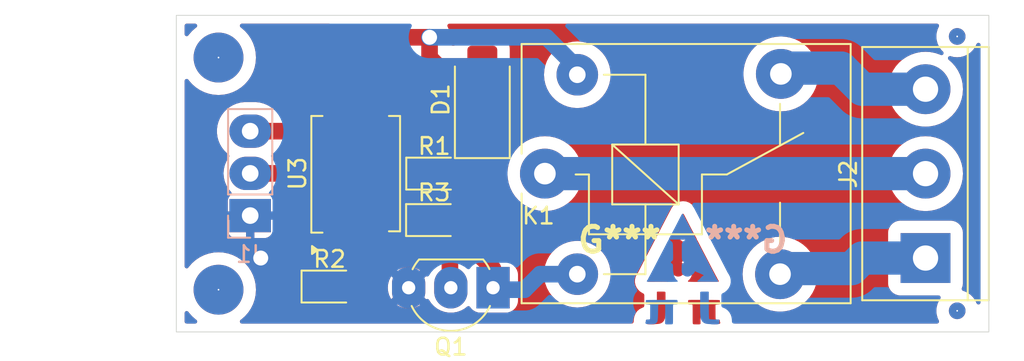
<source format=kicad_pcb>
(kicad_pcb (version 20240108) (generator "pcbnew") (generator_version "8.0")
  (layers (0 "F.Cu" signal) (31 "B.Cu" signal) (34 "B.Paste" user) (35 "F.Paste" user) (36 "B.SilkS" user "B.Silkscreen") (37 "F.SilkS" user "F.Silkscreen") (38 "B.Mask" user) (39 "F.Mask" user) (44 "Edge.Cuts" user))
  (net 0 "")
  (net 1 "+5V")
  (net 2 "Net-(D1-A)")
  (net 3 "GND")
  (net 4 "Net-(J2-Pad1)")
  (net 5 "Net-(J2-Pad2)")
  (net 6 "Net-(J2-Pad3)")
  (net 7 "Net-(Q1-B)")
  (net 8 "Net-(R1-Pad1)")
  (net 9 "Net-(R2-Pad2)")
  (net 10 "Net-(J1-Pad2)")
  (footprint "Package_TO_SOT_THT:TO-92L_Inline_Wide" (layer "F.Cu") (at 133.995 123.07 180)
    (property "Reference" "Q1" (at 2.54 -3.56 180) (layer "F.SilkS"))
    (property "Value" "BC337")
    (pad "1" thru_hole rect (at 0 0 180) (size 2 2.5) (drill 0.8) (layers "*.Cu" "*.Mask") (net 2 "Net-(D1-A)"))
    (pad "2" thru_hole oval (at 2.54 0 180) (size 2 2.5) (drill 0.8) (layers "*.Cu" "*.Mask") (net 7 "Net-(Q1-B)"))
    (pad "3" thru_hole oval (at 5.08 0 180) (size 2 2.5) (drill 0.8) (layers "*.Cu" "*.Mask") (net 3 "GND"))
  )
  (footprint "Relay_THT:Relay_SPDT_SANYOU_SRD_Series_Form_C" (layer "F.Cu") (at 137.115 116.205)
    (property "Reference" "K1" (at -0.39 2.54 0) (layer "F.SilkS"))
    (property "Value" "RELAY_C")
    (pad "1" thru_hole circle (at 0 0 90) (size 3 3) (drill 1.3) (layers "*.Cu" "*.Mask") (net 5 "Net-(J2-Pad2)"))
    (pad "2" thru_hole circle (at 1.95 6.05 90) (size 2.5 2.5) (drill 1) (layers "*.Cu" "*.Mask") (net 2 "Net-(D1-A)"))
    (pad "3" thru_hole circle (at 14.15 6.05 90) (size 3 3) (drill 1.3) (layers "*.Cu" "*.Mask") (net 4 "Net-(J2-Pad1)"))
    (pad "4" thru_hole circle (at 14.2 -6 90) (size 3 3) (drill 1.3) (layers "*.Cu" "*.Mask") (net 6 "Net-(J2-Pad3)"))
    (pad "5" thru_hole circle (at 1.95 -5.95 90) (size 2.5 2.5) (drill 1) (layers "*.Cu" "*.Mask") (net 1 "+5V"))
  )
  (footprint "TerminalBlock:TerminalBlock_bornier-3_P5.08mm" (layer "F.Cu") (at 160.02 121.285 90)
    (property "Reference" "J2" (at 5.05 -4.65 -90) (layer "F.SilkS"))
    (property "Value" "TB_1X3")
    (pad "1" thru_hole rect (at 0 0 90) (size 3 3) (drill 1.52) (layers "*.Cu" "*.Mask") (net 4 "Net-(J2-Pad1)"))
    (pad "2" thru_hole circle (at 5.08 0 90) (size 3 3) (drill 1.52) (layers "*.Cu" "*.Mask") (net 5 "Net-(J2-Pad2)"))
    (pad "3" thru_hole circle (at 10.16 0 90) (size 3 3) (drill 1.52) (layers "*.Cu" "*.Mask") (net 6 "Net-(J2-Pad3)"))
  )
  (footprint "Diode_SMD:D_0805_2012Metric" (layer "F.Cu") (at 130.4475 119)
    (property "Reference" "R3" (at 0 -1.65 0) (layer "F.SilkS"))
    (property "Value" "10K")
    (pad "1" smd roundrect (at -0.9375 0) (size 0.975 1.4) (layers "F.Cu" "F.Paste" "F.Mask") (net 3 "GND"))
    (pad "2" smd roundrect (at 0.9375 0) (size 0.975 1.4) (layers "F.Cu" "F.Paste" "F.Mask") (net 7 "Net-(Q1-B)"))
  )
  (footprint "Diode_SMD:D_0805_2012Metric" (layer "F.Cu") (at 124.1575 123)
    (property "Reference" "R2" (at 0 -1.65 0) (layer "F.SilkS"))
    (property "Value" "330")
    (pad "1" smd roundrect (at -0.9375 0) (size 0.975 1.4) (layers "F.Cu" "F.Paste" "F.Mask") (net 10 "Net-(J1-Pad2)"))
    (pad "2" smd roundrect (at 0.9375 0) (size 0.975 1.4) (layers "F.Cu" "F.Paste" "F.Mask") (net 9 "Net-(R2-Pad2)"))
  )
  (footprint "Diode_SMD:D_0805_2012Metric" (layer "F.Cu") (at 130.4567 116.205)
    (property "Reference" "R1" (at 0 -1.65 0) (layer "F.SilkS"))
    (property "Value" "1K")
    (pad "1" smd roundrect (at -0.9375 0) (size 0.975 1.4) (layers "F.Cu" "F.Paste" "F.Mask") (net 8 "Net-(R1-Pad1)"))
    (pad "2" smd roundrect (at 0.9375 0) (size 0.975 1.4) (layers "F.Cu" "F.Paste" "F.Mask") (net 7 "Net-(Q1-B)"))
  )
  (footprint "Package_SO:SSO-4_6.7x5.1mm_P2.54mm_Clearance8mm" (layer "F.Cu") (at 125.73 116.205 90)
    (property "Reference" "U3" (at 0 -3.5 90) (layer "F.SilkS"))
    (property "Value" "PC817")
    (pad "1" smd rect (at -4.75 -1.27 90) (size 1.5 1.5) (layers "F.Cu" "F.Paste" "F.Mask") (net 9 "Net-(R2-Pad2)"))
    (pad "2" smd rect (at -4.75 1.27 90) (size 1.5 1.5) (layers "F.Cu" "F.Paste" "F.Mask") (net 3 "GND"))
    (pad "3" smd rect (at 4.75 1.27 90) (size 1.5 1.5) (layers "F.Cu" "F.Paste" "F.Mask") (net 8 "Net-(R1-Pad1)"))
    (pad "4" smd rect (at 4.75 -1.27 90) (size 1.5 1.5) (layers "F.Cu" "F.Paste" "F.Mask") (net 1 "+5V"))
  )
  (footprint "Diode_SMD:D_SMA" (layer "F.Cu") (at 133.35 111.76 90)
    (property "Reference" "D1" (at 0 -2.5 90) (layer "F.SilkS"))
    (property "Value" "DIODE")
    (pad "1" smd roundrect (at -2 0 90) (size 2.5 1.8) (layers "F.Cu" "F.Paste" "F.Mask") (roundrect_rratio 0.1388888889) (net 2 "Net-(D1-A)"))
    (pad "2" smd roundrect (at 2 0 90) (size 2.5 1.8) (layers "F.Cu" "F.Paste" "F.Mask") (roundrect_rratio 0.1388888889) (net 1 "+5V"))
  )
  (footprint "Imagenes:Logo_Cobre_4.8mm_7mm" (layer "F.Cu") (at 145.415667 121.976319)
    (property "Reference" "G***" (at -3.81 -1.778 0) (layer "F.SilkS") (effects (font (size 1.5 1.5) (thickness 0.3))))
    (property "Value" "LOGO" (hide yes))
    (fp_poly (pts (xy -1.31985 1.327241) (xy -1.299041 1.327452) (xy -1.232725 1.328264) (xy -1.181208 1.329115) (xy -1.142403 1.330189) (xy -1.114221 1.331672) (xy -1.094575 1.333749) (xy -1.081377 1.336605) (xy -1.072539 1.340426) (xy -1.065972 1.345396) (xy -1.062854 1.348405) (xy -1.044416 1.366857) (xy -1.041564 1.888831) (xy -1.040919 2.0482) (xy -1.040846 2.191605) (xy -1.041386 2.319966) (xy -1.042584 2.434197) (xy -1.044482 2.535218) (xy -1.047122 2.623945) (xy -1.050548 2.701295) (xy -1.054803 2.768185) (xy -1.059929 2.825533) (xy -1.065969 2.874256) (xy -1.072966 2.915271) (xy -1.080963 2.949496) (xy -1.090003 2.977846) (xy -1.092787 2.985007) (xy -1.130151 3.063691) (xy -1.173107 3.12761) (xy -1.223544 3.178477) (xy -1.283352 3.218004) (xy -1.354421 3.247904) (xy -1.396421 3.260206) (xy -1.430058 3.266822) (xy -1.475918 3.272915) (xy -1.529333 3.277955) (xy -1.580319 3.281165) (xy -1.624689 3.283725) (xy -1.662818 3.286774) (xy -1.691641 3.29) (xy -1.708091 3.293092) (xy -1.710676 3.29441) (xy -1.720516 3.297058) (xy -1.7444 3.298955) (xy -1.779499 3.300139) (xy -1.822988 3.300647) (xy -1.87204 3.300518) (xy -1.923828 3.299789) (xy -1.975524 3.298498) (xy -2.024303 3.296682) (xy -2.067338 3.294379) (xy -2.101801 3.291628) (xy -2.122555 3.288909) (xy -2.152395 3.282304) (xy -2.175395 3.274967) (xy -2.186675 3.26846) (xy -2.186759 3.268332) (xy -2.191426 3.252295) (xy -2.195039 3.223813) (xy -2.197484 3.187302) (xy -2.198645 3.147181) (xy -2.198408 3.107866) (xy -2.196658 3.073775) (xy -2.19328 3.049323) (xy -2.192526 3.046408) (xy -2.182097 3.010339) (xy -1.933352 3.00491) (xy -1.84696 3.0027) (xy -1.775931 3.000091) (xy -1.718741 2.996922) (xy -1.673867 2.993031) (xy -1.639786 2.988256) (xy -1.614973 2.982436) (xy -1.597905 2.975408) (xy -1.588269 2.968285) (xy -1.584214 2.958921) (xy -1.580557 2.938983) (xy -1.577284 2.907925) (xy -1.574382 2.8652) (xy -1.571836 2.810262) (xy -1.569634 2.742565) (xy -1.567762 2.661562) (xy -1.566206 2.566708) (xy -1.564953 2.457456) (xy -1.563988 2.33326) (xy -1.563299 2.193573) (xy -1.562871 2.037851) (xy -1.562742 1.944056) (xy -1.562167 1.342202) (xy -1.539479 1.333576) (xy -1.523344 1.33088) (xy -1.491823 1.328861) (xy -1.446407 1.327556) (xy -1.388586 1.327004)) (fill solid) (layer "F.Cu"))
    (fp_poly (pts (xy 1.040486 1.825301) (xy 1.158606 1.825482) (xy 1.281273 1.825759) (xy 1.283511 1.825765) (xy 1.432825 1.826196) (xy 1.566073 1.826665) (xy 1.684076 1.827184) (xy 1.787656 1.827765) (xy 1.877635 1.82842) (xy 1.954834 1.82916) (xy 2.020076 1.829997) (xy 2.074181 1.830943) (xy 2.117972 1.832009) (xy 2.152271 1.833208) (xy 2.177899 1.83455) (xy 2.195678 1.836049) (xy 2.206429 1.837715) (xy 2.210256 1.839011) (xy 2.217938 1.844229) (xy 2.223212 1.851517) (xy 2.226529 1.863812) (xy 2.228341 1.88405) (xy 2.229099 1.915169) (xy 2.229255 1.960105) (xy 2.229256 1.962528) (xy 2.228827 2.011433) (xy 2.227382 2.045889) (xy 2.224685 2.068315) (xy 2.2205 2.081133) (xy 2.217266 2.085144) (xy 2.203934 2.090391) (xy 2.178239 2.096129) (xy 2.144648 2.101447) (xy 2.126491 2.103642) (xy 2.070222 2.109852) (xy 2.028586 2.114837) (xy 1.999413 2.119063) (xy 1.980532 2.122994) (xy 1.969773 2.127096) (xy 1.964966 2.131835) (xy 1.96394 2.137674) (xy 1.963969 2.138481) (xy 1.964138 2.149672) (xy 1.96435 2.176046) (xy 1.964598 2.215895) (xy 1.964873 2.267515) (xy 1.965165 2.329199) (xy 1.965468 2.399242) (xy 1.965771 2.475936) (xy 1.966067 2.557577) (xy 1.96608 2.561185) (xy 1.966488 2.65774) (xy 1.967018 2.738739) (xy 1.967711 2.805516) (xy 1.968609 2.859403) (xy 1.969753 2.901732) (xy 1.971185 2.933837) (xy 1.972947 2.957051) (xy 1.975079 2.972705) (xy 1.977624 2.982134) (xy 1.979302 2.98527) (xy 1.986903 2.992561) (xy 1.999309 2.997728) (xy 2.019693 3.001387) (xy 2.05123 3.004155) (xy 2.086965 3.006158) (xy 2.138493 3.009362) (xy 2.175607 3.01423) (xy 2.20078 3.022464) (xy 2.216486 3.035767) (xy 2.225197 3.055842) (xy 2.229388 3.084391) (xy 2.230702 3.105091) (xy 2.23389 3.141827) (xy 2.238882 3.165117) (xy 2.244272 3.172969) (xy 2.253562 3.183748) (xy 2.254297 3.203437) (xy 2.247319 3.226917) (xy 2.233471 3.249065) (xy 2.231367 3.251413) (xy 2.220115 3.262475) (xy 2.208521 3.269934) (xy 2.192802 3.274798) (xy 2.169178 3.278072) (xy 2.133867 3.280762) (xy 2.117064 3.281812) (xy 2.079545 3.284739) (xy 2.04862 3.288346) (xy 2.027966 3.292129) (xy 2.021316 3.29493) (xy 2.012122 3.296818) (xy 2.004782 3.292635) (xy 1.987066 3.286884) (xy 1.969647 3.288391) (xy 1.938221 3.294174) (xy 1.908605 3.296657) (xy 1.886383 3.295559) (xy 1.878823 3.292994) (xy 1.867358 3.290069) (xy 1.842881 3.286774) (xy 1.809249 3.283556) (xy 1.778639 3.281356) (xy 1.731063 3.277538) (xy 1.696184 3.272406) (xy 1.669818 3.265157) (xy 1.651484 3.257002) (xy 1.610964 3.228551) (xy 1.572774 3.189203) (xy 1.542001 3.144725) (xy 1.529557 3.118848) (xy 1.522935 3.097179) (xy 1.517027 3.067028) (xy 1.511774 3.027421) (xy 1.507114 2.977383) (xy 1.502991 2.915939) (xy 1.499343 2.842115) (xy 1.496112 2.754937) (xy 1.493239 2.653429) (xy 1.490663 2.536617) (xy 1.489181 2.455519) (xy 1.487542 2.366779) (xy 1.4859 2.293709) (xy 1.484197 2.235091) (xy 1.482373 2.189706) (xy 1.48037 2.156335) (xy 1.47813 2.13376) (xy 1.475593 2.120764) (xy 1.472836 2.116171) (xy 1.461581 2.114746) (xy 1.436051 2.113046) (xy 1.398852 2.111196) (xy 1.352593 2.109318) (xy 1.299882 2.107538) (xy 1.277868 2.106889) (xy 1.216385 2.105286) (xy 1.169535 2.104468) (xy 1.135079 2.104527) (xy 1.110775 2.105555) (xy 1.094382 2.107644) (xy 1.083662 2.110887) (xy 1.076629 2.115168) (xy 1.07331 2.118149) (xy 1.070464 2.122206) (xy 1.068062 2.128558) (xy 1.066072 2.138419) (xy 1.064467 2.153007) (xy 1.063214 2.173539) (xy 1.062286 2.20123) (xy 1.061652 2.237298) (xy 1.061282 2.282958) (xy 1.061146 2.339428) (xy 1.061214 2.407924) (xy 1.061458 2.489662) (xy 1.061845 2.585859) (xy 1.062347 2.697343) (xy 1.064952 3.266032) (xy 1.039933 3.283847) (xy 1.030764 3.289754) (xy 1.020511 3.294174) (xy 1.006754 3.297306) (xy 0.987072 3.299351) (xy 0.959043 3.30051) (xy 0.920247 3.300983) (xy 0.868263 3.300969) (xy 0.834667 3.300834) (xy 0.762573 3.300036) (xy 0.706911 3.298364) (xy 0.667251 3.295795) (xy 0.643158 3.292305) (xy 0.636323 3.28995) (xy 0.627442 3.285363) (xy 0.619801 3.281381) (xy 0.613307 3.276778) (xy 0.607868 3.270332) (xy 0.60339 3.260818) (xy 0.599781 3.247013) (xy 0.596948 3.227692) (xy 0.594798 3.201631) (xy 0.593239 3.167607) (xy 0.592177 3.124396) (xy 0.591521 3.070774) (xy 0.591176 3.005516) (xy 0.591051 2.9274) (xy 0.591052 2.8352) (xy 0.591087 2.727693) (xy 0.591091 2.693253) (xy 0.591047 2.579751) (xy 0.590901 2.481985) (xy 0.590627 2.398805) (xy 0.590202 2.329059) (xy 0.589602 2.271596) (xy 0.588801 2.225264) (xy 0.587776 2.188912) (xy 0.586503 2.161388) (xy 0.584958 2.141542) (xy 0.583115 2.128222) (xy 0.580951 2.120275) (xy 0.578961 2.117003) (xy 0.567817 2.111295) (xy 0.545975 2.106916) (xy 0.511447 2.103606) (xy 0.46224 2.101103) (xy 0.456075 2.100874) (xy 0.405327 2.098454) (xy 0.369427 2.095265) (xy 0.346342 2.091041) (xy 0.334039 2.085512) (xy 0.33313 2.084687) (xy 0.325972 2.069152) (xy 0.320304 2.038024) (xy 0.316022 1.990714) (xy 0.315607 1.984106) (xy 0.31426 1.925009) (xy 0.31849 1.880838) (xy 0.328589 1.850476) (xy 0.344846 1.83281) (xy 0.356209 1.828176) (xy 0.367151 1.82755) (xy 0.393859 1.82699) (xy 0.435212 1.826502) (xy 0.490087 1.826086) (xy 0.557363 1.825747) (xy 0.635918 1.825488) (xy 0.724629 1.825311) (xy 0.822376 1.825218) (xy 0.928035 1.825214)) (fill solid) (layer "F.Cu"))
    (fp_poly (pts (xy 0.033658 -3.353645) (xy 0.05129 -3.336313) (xy 0.072031 -3.305473) (xy 0.097224 -3.260625) (xy 0.128208 -3.201266) (xy 0.137353 -3.183444) (xy 0.167323 -3.125013) (xy 0.20155 -3.058374) (xy 0.236541 -2.990322) (xy 0.268803 -2.927652) (xy 0.280587 -2.904787) (xy 0.307802 -2.851957) (xy 0.340015 -2.789343) (xy 0.374528 -2.722197) (xy 0.408644 -2.655766) (xy 0.439011 -2.596576) (xy 0.464326 -2.547365) (xy 0.487289 -2.503044) (xy 0.50671 -2.465881) (xy 0.521401 -2.438147) (xy 0.530172 -2.422111) (xy 0.53192 -2.419249) (xy 0.537937 -2.40901) (xy 0.550092 -2.386731) (xy 0.566789 -2.355385) (xy 0.586435 -2.317946) (xy 0.593039 -2.305252) (xy 0.614772 -2.263643) (xy 0.635507 -2.224406) (xy 0.653138 -2.191493) (xy 0.66556 -2.168856) (xy 0.667226 -2.165924) (xy 0.678687 -2.145243) (xy 0.695616 -2.113798) (xy 0.715743 -2.075838) (xy 0.736801 -2.035612) (xy 0.737099 -2.03504) (xy 0.757457 -1.996361) (xy 0.776301 -1.96143) (xy 0.791621 -1.933918) (xy 0.801407 -1.917496) (xy 0.801856 -1.916822) (xy 0.824816 -1.873193) (xy 0.839881 -1.825142) (xy 0.840719 -1.820807) (xy 0.8487 -1.799164) (xy 0.863425 -1.773957) (xy 0.869241 -1.766033) (xy 0.879471 -1.750379) (xy 0.895974 -1.72195) (xy 0.917479 -1.683082) (xy 0.942714 -1.63611) (xy 0.970408 -1.583368) (xy 0.998677 -1.528391) (xy 1.044711 -1.438048) (xy 1.085589 -1.358135) (xy 1.123721 -1.283985) (xy 1.161517 -1.210929) (xy 1.201386 -1.134299) (xy 1.245738 -1.049427) (xy 1.259168 -1.02378) (xy 1.290572 -0.963822) (xy 1.31786 -0.911704) (xy 1.342239 -0.86511) (xy 1.364917 -0.821725) (xy 1.3871 -0.779233) (xy 1.409996 -0.73532) (xy 1.434812 -0.687668) (xy 1.462757 -0.633964) (xy 1.495037 -0.571891) (xy 1.532859 -0.499134) (xy 1.570647 -0.426429) (xy 1.591286 -0.386582) (xy 1.610101 -0.350005) (xy 1.625194 -0.320406) (xy 1.634664 -0.301497) (xy 1.635504 -0.299767) (xy 1.647141 -0.276352) (xy 1.657022 -0.257546) (xy 1.664346 -0.243823) (xy 1.677599 -0.21857) (xy 1.694962 -0.185266) (xy 1.714617 -0.147388) (xy 1.716603 -0.14355) (xy 1.738986 -0.100488) (xy 1.761813 -0.056887) (xy 1.782276 -0.018097) (xy 1.796437 0.008444) (xy 1.826323 0.064288) (xy 1.862396 0.132345) (xy 1.903163 0.209786) (xy 1.947131 0.293785) (xy 1.953232 0.305475) (xy 1.973786 0.344362) (xy 1.993624 0.381002) (xy 2.010303 0.410931) (xy 2.020266 0.427915) (xy 2.03356 0.451295) (xy 2.05051 0.483738) (xy 2.067828 0.518913) (xy 2.070779 0.525151) (xy 2.090466 0.564066) (xy 2.113369 0.604954) (xy 2.134702 0.639291) (xy 2.135717 0.640795) (xy 2.15831 0.677748) (xy 2.168599 0.704382) (xy 2.16682 0.721689) (xy 2.15679 0.729516) (xy 2.14628 0.730379) (xy 2.120293 0.731198) (xy 2.080237 0.731958) (xy 2.027522 0.732648) (xy 1.963558 0.733255) (xy 1.889756 0.733768) (xy 1.807525 0.734174) (xy 1.718275 0.734461) (xy 1.623416 0.734616) (xy 1.566249 0.734641) (xy 1.468574 0.734732) (xy 1.375534 0.734994) (xy 1.288559 0.735413) (xy 1.209078 0.735973) (xy 1.138521 0.736659) (xy 1.078319 0.737456) (xy 1.029901 0.738348) (xy 0.994696 0.739321) (xy 0.974135 0.740359) (xy 0.969516 0.740974) (xy 0.956825 0.742303) (xy 0.929259 0.743313) (xy 0.888827 0.74399) (xy 0.837539 0.744323) (xy 0.777405 0.744297) (xy 0.710436 0.743902) (xy 0.638641 0.743123) (xy 0.635835 0.743085) (xy 0.54584 0.741693) (xy 0.471857 0.740133) (xy 0.413008 0.738367) (xy 0.368419 0.736356) (xy 0.337212 0.734062) (xy 0.318511 0.731448) (xy 0.311776 0.728926) (xy 0.304973 0.711151) (xy 0.313608 0.687203) (xy 0.337519 0.657382) (xy 0.363653 0.632831) (xy 0.417856 0.576652) (xy 0.465861 0.509061) (xy 0.504684 0.435146) (xy 0.531337 0.359993) (xy 0.536385 0.338593) (xy 0.543979 0.303027) (xy 0.551821 0.268154) (xy 0.556882 0.24694) (xy 0.567779 0.192745) (xy 0.577004 0.125704) (xy 0.584191 0.049808) (xy 0.588973 -0.030952) (xy 0.590983 -0.112584) (xy 0.591023 -0.12438) (xy 0.591527 -0.18781) (xy 0.593436 -0.236873) (xy 0.597445 -0.274076) (xy 0.604248 -0.301926) (xy 0.614542 -0.32293) (xy 0.629021 -0.339594) (xy 0.64838 -0.354426) (xy 0.656217 -0.359509) (xy 0.686769 -0.37975) (xy 0.705288 -0.39532) (xy 0.71463 -0.409519) (xy 0.717651 -0.425647) (xy 0.717753 -0.430616) (xy 0.715037 -0.445086) (xy 0.705383 -0.461077) (xy 0.686526 -0.481535) (xy 0.659299 -0.506657) (xy 0.632733 -0.531138) (xy 0.61091 -0.552861) (xy 0.597112 -0.568489) (xy 0.594351 -0.572738) (xy 0.591616 -0.586417) (xy 0.589019 -0.613084) (xy 0.586859 -0.648843) (xy 0.585473 -0.688198) (xy 0.584878 -0.71289) (xy 0.584383 -0.733686) (xy 0.584005 -0.752311) (xy 0.58376 -0.77049) (xy 0.583663 -0.789949) (xy 0.583729 -0.812412) (xy 0.583976 -0.839605) (xy 0.584419 -0.873253) (xy 0.585074 -0.915082) (xy 0.585956 -0.966817) (xy 0.587082 -1.030182) (xy 0.588467 -1.106904) (xy 0.590128 -1.198708) (xy 0.590211 -1.203291) (xy 0.591846 -1.296347) (xy 0.593369 -1.374242) (xy 0.595179 -1.438698) (xy 0.597679 -1.491434) (xy 0.601269 -1.534171) (xy 0.606352 -1.568629) (xy 0.613327 -1.596528) (xy 0.622598 -1.619589) (xy 0.634564 -1.639532) (xy 0.649628 -1.658077) (xy 0.66819 -1.676944) (xy 0.690652 -1.697854) (xy 0.709661 -1.715322) (xy 0.740299 -1.744422) (xy 0.765553 -1.769865) (xy 0.783227 -1.789325) (xy 0.791121 -1.800475) (xy 0.791288 -1.801768) (xy 0.781878 -1.80491) (xy 0.757021 -1.807005) (xy 0.718128 -1.807995) (xy 0.666611 -1.807823) (xy 0.649686 -1.807551) (xy 0.608351 -1.806916) (xy 0.553147 -1.806267) (xy 0.487093 -1.805631) (xy 0.413209 -1.80503) (xy 0.334515 -1.804491) (xy 0.254028 -1.804039) (xy 0.185772 -1.803737) (xy 0.113007 -1.803287) (xy 0.045354 -1.802535) (xy -0.015283 -1.801527) (xy -0.066998 -1.80031) (xy -0.107886 -1.79893) (xy -0.136043 -1.797432) (xy -0.149564 -1.795864) (xy -0.150302 -1.795574) (xy -0.153551 -1.786106) (xy -0.142757 -1.772515) (xy -0.119766 -1.756406) (xy -0.086423 -1.739384) (xy -0.084845 -1.738682) (xy -0.049158 -1.719461) (xy -0.020256 -1.694913) (xy 0.005284 -1.661359) (xy 0.030884 -1.615116) (xy 0.031832 -1.613204) (xy 0.063331 -1.549501) (xy 0.063331 -1.085073) (xy 0.063375 -0.981296) (xy 0.063373 -0.892933) (xy 0.063129 -0.818512) (xy 0.062444 -0.75656) (xy 0.061122 -0.705605) (xy 0.058965 -0.664173) (xy 0.055774 -0.630792) (xy 0.051354 -0.603988) (xy 0.045505 -0.582289) (xy 0.038031 -0.564223) (xy 0.028733 -0.548315) (xy 0.017415 -0.533095) (xy 0.003878 -0.517087) (xy -0.012074 -0.498821) (xy -0.015907 -0.494376) (xy -0.037219 -0.468323) (xy -0.054128 -0.445384) (xy -0.063461 -0.42991) (xy -0.064068 -0.428329) (xy -0.062301 -0.408487) (xy -0.046319 -0.389828) (xy -0.018739 -0.374946) (xy -0.006132 -0.37092) (xy 0.020649 -0.360269) (xy 0.043266 -0.34572) (xy 0.046028 -0.343171) (xy 0.051953 -0.336558) (xy 0.056561 -0.32859) (xy 0.06009 -0.317079) (xy 0.062778 -0.29984) (xy 0.064865 -0.274686) (xy 0.066588 -0.239429) (xy 0.068187 -0.191884) (xy 0.0699 -0.129864) (xy 0.070089 -0.122664) (xy 0.071837 -0.034027) (xy 0.071744 0.039863) (xy 0.069441 0.10108) (xy 0.06456 0.151702) (xy 0.056732 0.193804) (xy 0.045586 0.229462) (xy 0.030755 0.260752) (xy 0.011868 0.289751) (xy -0.007559 0.314044) (xy -0.031281 0.335681) (xy -0.064789 0.358637) (xy -0.103335 0.380419) (xy -0.142171 0.398537) (xy -0.176548 0.410499) (xy -0.197991 0.413965) (xy -0.224792 0.416136) (xy -0.253547 0.421091) (xy -0.254032 0.421203) (xy -0.301886 0.424761) (xy -0.357524 0.416105) (xy -0.418283 0.396289) (xy -0.481499 0.366368) (xy -0.544507 0.327396) (xy -0.600345 0.284159) (xy -0.638414 0.249027) (xy -0.666455 0.216738) (xy -0.689097 0.181744) (xy -0.695323 0.170278) (xy -0.711486 0.141801) (xy -0.72634 0.119566) (xy -0.737121 0.107635) (xy -0.738553 0.106839) (xy -0.751323 0.108608) (xy -0.773939 0.117593) (xy -0.801979 0.131973) (xy -0.808102 0.135483) (xy -0.835974 0.151281) (xy -0.858329 0.163045) (xy -0.871131 0.168676) (xy -0.872265 0.168883) (xy -0.883175 0.172163) (xy -0.90431 0.180667) (xy -0.925425 0.189994) (xy -0.950526 0.201198) (xy -0.96883 0.208853) (xy -0.975514 0.211104) (xy -0.984511 0.214368) (xy -1.004889 0.223033) (xy -1.032701 0.235407) (xy -1.040705 0.239042) (xy -1.078175 0.256041) (xy -1.122791 0.276147) (xy -1.166259 0.295627) (xy -1.175847 0.299905) (xy -1.215951 0.319226) (xy -1.240393 0.335105) (xy -1.24975 0.34875) (xy -1.244595 0.361368) (xy -1.225503 0.374165) (xy -1.213846 0.379715) (xy -1.185 0.395208) (xy -1.155779 0.41685) (xy -1.123739 0.446846) (xy -1.086438 0.487398) (xy -1.05931 0.519153) (xy -1.028734 0.55311) (xy -0.994787 0.586812) (xy -0.963033 0.614865) (xy -0.951089 0.624102) (xy -0.924486 0.64414) (xy -0.902568 0.661997) (xy -0.889681 0.674117) (xy -0.889015 0.674929) (xy -0.879762 0.695216) (xy -0.880197 0.715066) (xy -0.889856 0.72811) (xy -0.892969 0.729376) (xy -0.903691 0.73013) (xy -0.929908 0.730915) (xy -0.970225 0.731715) (xy -1.023247 0.732514) (xy -1.08758 0.733296) (xy -1.161831 0.734045) (xy -1.244603 0.734747) (xy -1.334505 0.735383) (xy -1.43014 0.73594) (xy -1.500711 0.736278) (xy -2.093677 0.738863) (xy -2.112003 0.720538) (xy -2.130329 0.702213) (xy -2.095103 0.650607) (xy -2.082379 0.631708) (xy -2.070402 0.613146) (xy -2.058206 0.593144) (xy -2.044825 0.569928) (xy -2.029294 0.54172) (xy -2.010646 0.506747) (xy -1.987915 0.463231) (xy -1.960137 0.409398) (xy -1.926345 0.343471) (xy -1.899692 0.291323) (xy -1.86825 0.229831) (xy -1.83623 0.167329) (xy -1.805345 0.107152) (xy -1.777307 0.052632) (xy -1.753827 0.007101) (xy -1.739216 -0.02111) (xy -1.713356 -0.07094) (xy -1.684244 -0.127134) (xy -1.655837 -0.182045) (xy -1.636469 -0.219548) (xy -1.604179 -0.282024) (xy -1.568551 -0.350756) (xy -1.530835 -0.423353) (xy -1.492278 -0.497422) (xy -1.454128 -0.570573) (xy -1.417634 -0.640415) (xy -1.384042 -0.704557) (xy -1.354602 -0.760608) (xy -1.330562 -0.806176) (xy -1.314722 -0.835971) (xy -1.297534 -0.868354) (xy -1.275398 -0.910436) (xy -1.2511 -0.956901) (xy -1.227427 -1.002434) (xy -1.226174 -1.004854) (xy -1.200147 -1.05503) (xy -1.170984 -1.111122) (xy -1.142456 -1.165882) (xy -1.120716 -1.207513) (xy -1.094894 -1.257022) (xy -1.065612 -1.313385) (xy -1.037073 -1.368507) (xy -1.019936 -1.401729) (xy -0.995417 -1.449259) (xy -0.968319 -1.501627) (xy -0.942379 -1.551616) (xy -0.925896 -1.583278) (xy -0.868597 -1.693167) (xy -0.818195 -1.78997) (xy -0.773724 -1.875546) (xy -0.734219 -1.951756) (xy -0.698716 -2.020461) (xy -0.666249 -2.083519) (xy -0.649957 -2.115259) (xy -0.623864 -2.165992) (xy -0.597541 -2.216896) (xy -0.573066 -2.263972) (xy -0.552517 -2.303218) (xy -0.540264 -2.326363) (xy -0.521428 -2.361849) (xy -0.49804 -2.40625) (xy -0.473299 -2.453475) (xy -0.453734 -2.491024) (xy -0.428358 -2.539881) (xy -0.399776 -2.59491) (xy -0.372043 -2.648308) (xy -0.355055 -2.681017) (xy -0.314447 -2.759176) (xy -0.280483 -2.82447) (xy -0.252045 -2.87903) (xy -0.228015 -2.924992) (xy -0.207278 -2.964487) (xy -0.188714 -2.99965) (xy -0.171208 -3.032615) (xy -0.156054 -3.061004) (xy -0.131334 -3.107647) (xy -0.10291 -3.161946) (xy -0.074657 -3.216464) (xy -0.054795 -3.255219) (xy -0.032595 -3.297912) (xy -0.01399 -3.329603) (xy 0.002359 -3.349789) (xy 0.017795 -3.35797)) (fill solid) (layer "F.Cu"))
  )
  (footprint "Imagenes:Logo_Cobre_4.8mm_7mm" (layer "B.Cu") (at 145.415667 121.976319 180)
    (property "Reference" "G***" (at -3.81 1.778 180) (layer "B.SilkS") (effects (font (size 1.5 1.5) (thickness 0.3)) (justify mirror)))
    (property "Value" "LOGO" (hide yes))
    (fp_poly (pts (xy -1.31985 -1.327241) (xy -1.299041 -1.327452) (xy -1.232725 -1.328264) (xy -1.181208 -1.329115) (xy -1.142403 -1.330189) (xy -1.114221 -1.331672) (xy -1.094575 -1.333749) (xy -1.081377 -1.336605) (xy -1.072539 -1.340426) (xy -1.065972 -1.345396) (xy -1.062854 -1.348405) (xy -1.044416 -1.366857) (xy -1.041564 -1.888831) (xy -1.040919 -2.0482) (xy -1.040846 -2.191605) (xy -1.041386 -2.319966) (xy -1.042584 -2.434197) (xy -1.044482 -2.535218) (xy -1.047122 -2.623945) (xy -1.050548 -2.701295) (xy -1.054803 -2.768185) (xy -1.059929 -2.825533) (xy -1.065969 -2.874256) (xy -1.072966 -2.915271) (xy -1.080963 -2.949496) (xy -1.090003 -2.977846) (xy -1.092787 -2.985007) (xy -1.130151 -3.063691) (xy -1.173107 -3.12761) (xy -1.223544 -3.178477) (xy -1.283352 -3.218004) (xy -1.354421 -3.247904) (xy -1.396421 -3.260206) (xy -1.430058 -3.266822) (xy -1.475918 -3.272915) (xy -1.529333 -3.277955) (xy -1.580319 -3.281165) (xy -1.624689 -3.283725) (xy -1.662818 -3.286774) (xy -1.691641 -3.29) (xy -1.708091 -3.293092) (xy -1.710676 -3.29441) (xy -1.720516 -3.297058) (xy -1.7444 -3.298955) (xy -1.779499 -3.300139) (xy -1.822988 -3.300647) (xy -1.87204 -3.300518) (xy -1.923828 -3.299789) (xy -1.975524 -3.298498) (xy -2.024303 -3.296682) (xy -2.067338 -3.294379) (xy -2.101801 -3.291628) (xy -2.122555 -3.288909) (xy -2.152395 -3.282304) (xy -2.175395 -3.274967) (xy -2.186675 -3.26846) (xy -2.186759 -3.268332) (xy -2.191426 -3.252295) (xy -2.195039 -3.223813) (xy -2.197484 -3.187302) (xy -2.198645 -3.147181) (xy -2.198408 -3.107866) (xy -2.196658 -3.073775) (xy -2.19328 -3.049323) (xy -2.192526 -3.046408) (xy -2.182097 -3.010339) (xy -1.933352 -3.00491) (xy -1.84696 -3.0027) (xy -1.775931 -3.000091) (xy -1.718741 -2.996922) (xy -1.673867 -2.993031) (xy -1.639786 -2.988256) (xy -1.614973 -2.982436) (xy -1.597905 -2.975408) (xy -1.588269 -2.968285) (xy -1.584214 -2.958921) (xy -1.580557 -2.938983) (xy -1.577284 -2.907925) (xy -1.574382 -2.8652) (xy -1.571836 -2.810262) (xy -1.569634 -2.742565) (xy -1.567762 -2.661562) (xy -1.566206 -2.566708) (xy -1.564953 -2.457456) (xy -1.563988 -2.33326) (xy -1.563299 -2.193573) (xy -1.562871 -2.037851) (xy -1.562742 -1.944056) (xy -1.562167 -1.342202) (xy -1.539479 -1.333576) (xy -1.523344 -1.33088) (xy -1.491823 -1.328861) (xy -1.446407 -1.327556) (xy -1.388586 -1.327004)) (fill solid) (layer "B.Cu"))
    (fp_poly (pts (xy 1.040486 -1.825301) (xy 1.158606 -1.825482) (xy 1.281273 -1.825759) (xy 1.283511 -1.825765) (xy 1.432825 -1.826196) (xy 1.566073 -1.826665) (xy 1.684076 -1.827184) (xy 1.787656 -1.827765) (xy 1.877635 -1.82842) (xy 1.954834 -1.82916) (xy 2.020076 -1.829997) (xy 2.074181 -1.830943) (xy 2.117972 -1.832009) (xy 2.152271 -1.833208) (xy 2.177899 -1.83455) (xy 2.195678 -1.836049) (xy 2.206429 -1.837715) (xy 2.210256 -1.839011) (xy 2.217938 -1.844229) (xy 2.223212 -1.851517) (xy 2.226529 -1.863812) (xy 2.228341 -1.88405) (xy 2.229099 -1.915169) (xy 2.229255 -1.960105) (xy 2.229256 -1.962528) (xy 2.228827 -2.011433) (xy 2.227382 -2.045889) (xy 2.224685 -2.068315) (xy 2.2205 -2.081133) (xy 2.217266 -2.085144) (xy 2.203934 -2.090391) (xy 2.178239 -2.096129) (xy 2.144648 -2.101447) (xy 2.126491 -2.103642) (xy 2.070222 -2.109852) (xy 2.028586 -2.114837) (xy 1.999413 -2.119063) (xy 1.980532 -2.122994) (xy 1.969773 -2.127096) (xy 1.964966 -2.131835) (xy 1.96394 -2.137674) (xy 1.963969 -2.138481) (xy 1.964138 -2.149672) (xy 1.96435 -2.176046) (xy 1.964598 -2.215895) (xy 1.964873 -2.267515) (xy 1.965165 -2.329199) (xy 1.965468 -2.399242) (xy 1.965771 -2.475936) (xy 1.966067 -2.557577) (xy 1.96608 -2.561185) (xy 1.966488 -2.65774) (xy 1.967018 -2.738739) (xy 1.967711 -2.805516) (xy 1.968609 -2.859403) (xy 1.969753 -2.901732) (xy 1.971185 -2.933837) (xy 1.972947 -2.957051) (xy 1.975079 -2.972705) (xy 1.977624 -2.982134) (xy 1.979302 -2.98527) (xy 1.986903 -2.992561) (xy 1.999309 -2.997728) (xy 2.019693 -3.001387) (xy 2.05123 -3.004155) (xy 2.086965 -3.006158) (xy 2.138493 -3.009362) (xy 2.175607 -3.01423) (xy 2.20078 -3.022464) (xy 2.216486 -3.035767) (xy 2.225197 -3.055842) (xy 2.229388 -3.084391) (xy 2.230702 -3.105091) (xy 2.23389 -3.141827) (xy 2.238882 -3.165117) (xy 2.244272 -3.172969) (xy 2.253562 -3.183748) (xy 2.254297 -3.203437) (xy 2.247319 -3.226917) (xy 2.233471 -3.249065) (xy 2.231367 -3.251413) (xy 2.220115 -3.262475) (xy 2.208521 -3.269934) (xy 2.192802 -3.274798) (xy 2.169178 -3.278072) (xy 2.133867 -3.280762) (xy 2.117064 -3.281812) (xy 2.079545 -3.284739) (xy 2.04862 -3.288346) (xy 2.027966 -3.292129) (xy 2.021316 -3.29493) (xy 2.012122 -3.296818) (xy 2.004782 -3.292635) (xy 1.987066 -3.286884) (xy 1.969647 -3.288391) (xy 1.938221 -3.294174) (xy 1.908605 -3.296657) (xy 1.886383 -3.295559) (xy 1.878823 -3.292994) (xy 1.867358 -3.290069) (xy 1.842881 -3.286774) (xy 1.809249 -3.283556) (xy 1.778639 -3.281356) (xy 1.731063 -3.277538) (xy 1.696184 -3.272406) (xy 1.669818 -3.265157) (xy 1.651484 -3.257002) (xy 1.610964 -3.228551) (xy 1.572774 -3.189203) (xy 1.542001 -3.144725) (xy 1.529557 -3.118848) (xy 1.522935 -3.097179) (xy 1.517027 -3.067028) (xy 1.511774 -3.027421) (xy 1.507114 -2.977383) (xy 1.502991 -2.915939) (xy 1.499343 -2.842115) (xy 1.496112 -2.754937) (xy 1.493239 -2.653429) (xy 1.490663 -2.536617) (xy 1.489181 -2.455519) (xy 1.487542 -2.366779) (xy 1.4859 -2.293709) (xy 1.484197 -2.235091) (xy 1.482373 -2.189706) (xy 1.48037 -2.156335) (xy 1.47813 -2.13376) (xy 1.475593 -2.120764) (xy 1.472836 -2.116171) (xy 1.461581 -2.114746) (xy 1.436051 -2.113046) (xy 1.398852 -2.111196) (xy 1.352593 -2.109318) (xy 1.299882 -2.107538) (xy 1.277868 -2.106889) (xy 1.216385 -2.105286) (xy 1.169535 -2.104468) (xy 1.135079 -2.104527) (xy 1.110775 -2.105555) (xy 1.094382 -2.107644) (xy 1.083662 -2.110887) (xy 1.076629 -2.115168) (xy 1.07331 -2.118149) (xy 1.070464 -2.122206) (xy 1.068062 -2.128558) (xy 1.066072 -2.138419) (xy 1.064467 -2.153007) (xy 1.063214 -2.173539) (xy 1.062286 -2.20123) (xy 1.061652 -2.237298) (xy 1.061282 -2.282958) (xy 1.061146 -2.339428) (xy 1.061214 -2.407924) (xy 1.061458 -2.489662) (xy 1.061845 -2.585859) (xy 1.062347 -2.697343) (xy 1.064952 -3.266032) (xy 1.039933 -3.283847) (xy 1.030764 -3.289754) (xy 1.020511 -3.294174) (xy 1.006754 -3.297306) (xy 0.987072 -3.299351) (xy 0.959043 -3.30051) (xy 0.920247 -3.300983) (xy 0.868263 -3.300969) (xy 0.834667 -3.300834) (xy 0.762573 -3.300036) (xy 0.706911 -3.298364) (xy 0.667251 -3.295795) (xy 0.643158 -3.292305) (xy 0.636323 -3.28995) (xy 0.627442 -3.285363) (xy 0.619801 -3.281381) (xy 0.613307 -3.276778) (xy 0.607868 -3.270332) (xy 0.60339 -3.260818) (xy 0.599781 -3.247013) (xy 0.596948 -3.227692) (xy 0.594798 -3.201631) (xy 0.593239 -3.167607) (xy 0.592177 -3.124396) (xy 0.591521 -3.070774) (xy 0.591176 -3.005516) (xy 0.591051 -2.9274) (xy 0.591052 -2.8352) (xy 0.591087 -2.727693) (xy 0.591091 -2.693253) (xy 0.591047 -2.579751) (xy 0.590901 -2.481985) (xy 0.590627 -2.398805) (xy 0.590202 -2.329059) (xy 0.589602 -2.271596) (xy 0.588801 -2.225264) (xy 0.587776 -2.188912) (xy 0.586503 -2.161388) (xy 0.584958 -2.141542) (xy 0.583115 -2.128222) (xy 0.580951 -2.120275) (xy 0.578961 -2.117003) (xy 0.567817 -2.111295) (xy 0.545975 -2.106916) (xy 0.511447 -2.103606) (xy 0.46224 -2.101103) (xy 0.456075 -2.100874) (xy 0.405327 -2.098454) (xy 0.369427 -2.095265) (xy 0.346342 -2.091041) (xy 0.334039 -2.085512) (xy 0.33313 -2.084687) (xy 0.325972 -2.069152) (xy 0.320304 -2.038024) (xy 0.316022 -1.990714) (xy 0.315607 -1.984106) (xy 0.31426 -1.925009) (xy 0.31849 -1.880838) (xy 0.328589 -1.850476) (xy 0.344846 -1.83281) (xy 0.356209 -1.828176) (xy 0.367151 -1.82755) (xy 0.393859 -1.82699) (xy 0.435212 -1.826502) (xy 0.490087 -1.826086) (xy 0.557363 -1.825747) (xy 0.635918 -1.825488) (xy 0.724629 -1.825311) (xy 0.822376 -1.825218) (xy 0.928035 -1.825214)) (fill solid) (layer "B.Cu"))
    (fp_poly (pts (xy 0.033658 3.353645) (xy 0.05129 3.336313) (xy 0.072031 3.305473) (xy 0.097224 3.260625) (xy 0.128208 3.201266) (xy 0.137353 3.183444) (xy 0.167323 3.125013) (xy 0.20155 3.058374) (xy 0.236541 2.990322) (xy 0.268803 2.927652) (xy 0.280587 2.904787) (xy 0.307802 2.851957) (xy 0.340015 2.789343) (xy 0.374528 2.722197) (xy 0.408644 2.655766) (xy 0.439011 2.596576) (xy 0.464326 2.547365) (xy 0.487289 2.503044) (xy 0.50671 2.465881) (xy 0.521401 2.438147) (xy 0.530172 2.422111) (xy 0.53192 2.419249) (xy 0.537937 2.40901) (xy 0.550092 2.386731) (xy 0.566789 2.355385) (xy 0.586435 2.317946) (xy 0.593039 2.305252) (xy 0.614772 2.263643) (xy 0.635507 2.224406) (xy 0.653138 2.191493) (xy 0.66556 2.168856) (xy 0.667226 2.165924) (xy 0.678687 2.145243) (xy 0.695616 2.113798) (xy 0.715743 2.075838) (xy 0.736801 2.035612) (xy 0.737099 2.03504) (xy 0.757457 1.996361) (xy 0.776301 1.96143) (xy 0.791621 1.933918) (xy 0.801407 1.917496) (xy 0.801856 1.916822) (xy 0.824816 1.873193) (xy 0.839881 1.825142) (xy 0.840719 1.820807) (xy 0.8487 1.799164) (xy 0.863425 1.773957) (xy 0.869241 1.766033) (xy 0.879471 1.750379) (xy 0.895974 1.72195) (xy 0.917479 1.683082) (xy 0.942714 1.63611) (xy 0.970408 1.583368) (xy 0.998677 1.528391) (xy 1.044711 1.438048) (xy 1.085589 1.358135) (xy 1.123721 1.283985) (xy 1.161517 1.210929) (xy 1.201386 1.134299) (xy 1.245738 1.049427) (xy 1.259168 1.02378) (xy 1.290572 0.963822) (xy 1.31786 0.911704) (xy 1.342239 0.86511) (xy 1.364917 0.821725) (xy 1.3871 0.779233) (xy 1.409996 0.73532) (xy 1.434812 0.687668) (xy 1.462757 0.633964) (xy 1.495037 0.571891) (xy 1.532859 0.499134) (xy 1.570647 0.426429) (xy 1.591286 0.386582) (xy 1.610101 0.350005) (xy 1.625194 0.320406) (xy 1.634664 0.301497) (xy 1.635504 0.299767) (xy 1.647141 0.276352) (xy 1.657022 0.257546) (xy 1.664346 0.243823) (xy 1.677599 0.21857) (xy 1.694962 0.185266) (xy 1.714617 0.147388) (xy 1.716603 0.14355) (xy 1.738986 0.100488) (xy 1.761813 0.056887) (xy 1.782276 0.018097) (xy 1.796437 -0.008444) (xy 1.826323 -0.064288) (xy 1.862396 -0.132345) (xy 1.903163 -0.209786) (xy 1.947131 -0.293785) (xy 1.953232 -0.305475) (xy 1.973786 -0.344362) (xy 1.993624 -0.381002) (xy 2.010303 -0.410931) (xy 2.020266 -0.427915) (xy 2.03356 -0.451295) (xy 2.05051 -0.483738) (xy 2.067828 -0.518913) (xy 2.070779 -0.525151) (xy 2.090466 -0.564066) (xy 2.113369 -0.604954) (xy 2.134702 -0.639291) (xy 2.135717 -0.640795) (xy 2.15831 -0.677748) (xy 2.168599 -0.704382) (xy 2.16682 -0.721689) (xy 2.15679 -0.729516) (xy 2.14628 -0.730379) (xy 2.120293 -0.731198) (xy 2.080237 -0.731958) (xy 2.027522 -0.732648) (xy 1.963558 -0.733255) (xy 1.889756 -0.733768) (xy 1.807525 -0.734174) (xy 1.718275 -0.734461) (xy 1.623416 -0.734616) (xy 1.566249 -0.734641) (xy 1.468574 -0.734732) (xy 1.375534 -0.734994) (xy 1.288559 -0.735413) (xy 1.209078 -0.735973) (xy 1.138521 -0.736659) (xy 1.078319 -0.737456) (xy 1.029901 -0.738348) (xy 0.994696 -0.739321) (xy 0.974135 -0.740359) (xy 0.969516 -0.740974) (xy 0.956825 -0.742303) (xy 0.929259 -0.743313) (xy 0.888827 -0.74399) (xy 0.837539 -0.744323) (xy 0.777405 -0.744297) (xy 0.710436 -0.743902) (xy 0.638641 -0.743123) (xy 0.635835 -0.743085) (xy 0.54584 -0.741693) (xy 0.471857 -0.740133) (xy 0.413008 -0.738367) (xy 0.368419 -0.736356) (xy 0.337212 -0.734062) (xy 0.318511 -0.731448) (xy 0.311776 -0.728926) (xy 0.304973 -0.711151) (xy 0.313608 -0.687203) (xy 0.337519 -0.657382) (xy 0.363653 -0.632831) (xy 0.417856 -0.576652) (xy 0.465861 -0.509061) (xy 0.504684 -0.435146) (xy 0.531337 -0.359993) (xy 0.536385 -0.338593) (xy 0.543979 -0.303027) (xy 0.551821 -0.268154) (xy 0.556882 -0.24694) (xy 0.567779 -0.192745) (xy 0.577004 -0.125704) (xy 0.584191 -0.049808) (xy 0.588973 0.030952) (xy 0.590983 0.112584) (xy 0.591023 0.12438) (xy 0.591527 0.18781) (xy 0.593436 0.236873) (xy 0.597445 0.274076) (xy 0.604248 0.301926) (xy 0.614542 0.32293) (xy 0.629021 0.339594) (xy 0.64838 0.354426) (xy 0.656217 0.359509) (xy 0.686769 0.37975) (xy 0.705288 0.39532) (xy 0.71463 0.409519) (xy 0.717651 0.425647) (xy 0.717753 0.430616) (xy 0.715037 0.445086) (xy 0.705383 0.461077) (xy 0.686526 0.481535) (xy 0.659299 0.506657) (xy 0.632733 0.531138) (xy 0.61091 0.552861) (xy 0.597112 0.568489) (xy 0.594351 0.572738) (xy 0.591616 0.586417) (xy 0.589019 0.613084) (xy 0.586859 0.648843) (xy 0.585473 0.688198) (xy 0.584878 0.71289) (xy 0.584383 0.733686) (xy 0.584005 0.752311) (xy 0.58376 0.77049) (xy 0.583663 0.789949) (xy 0.583729 0.812412) (xy 0.583976 0.839605) (xy 0.584419 0.873253) (xy 0.585074 0.915082) (xy 0.585956 0.966817) (xy 0.587082 1.030182) (xy 0.588467 1.106904) (xy 0.590128 1.198708) (xy 0.590211 1.203291) (xy 0.591846 1.296347) (xy 0.593369 1.374242) (xy 0.595179 1.438698) (xy 0.597679 1.491434) (xy 0.601269 1.534171) (xy 0.606352 1.568629) (xy 0.613327 1.596528) (xy 0.622598 1.619589) (xy 0.634564 1.639532) (xy 0.649628 1.658077) (xy 0.66819 1.676944) (xy 0.690652 1.697854) (xy 0.709661 1.715322) (xy 0.740299 1.744422) (xy 0.765553 1.769865) (xy 0.783227 1.789325) (xy 0.791121 1.800475) (xy 0.791288 1.801768) (xy 0.781878 1.80491) (xy 0.757021 1.807005) (xy 0.718128 1.807995) (xy 0.666611 1.807823) (xy 0.649686 1.807551) (xy 0.608351 1.806916) (xy 0.553147 1.806267) (xy 0.487093 1.805631) (xy 0.413209 1.80503) (xy 0.334515 1.804491) (xy 0.254028 1.804039) (xy 0.185772 1.803737) (xy 0.113007 1.803287) (xy 0.045354 1.802535) (xy -0.015283 1.801527) (xy -0.066998 1.80031) (xy -0.107886 1.79893) (xy -0.136043 1.797432) (xy -0.149564 1.795864) (xy -0.150302 1.795574) (xy -0.153551 1.786106) (xy -0.142757 1.772515) (xy -0.119766 1.756406) (xy -0.086423 1.739384) (xy -0.084845 1.738682) (xy -0.049158 1.719461) (xy -0.020256 1.694913) (xy 0.005284 1.661359) (xy 0.030884 1.615116) (xy 0.031832 1.613204) (xy 0.063331 1.549501) (xy 0.063331 1.085073) (xy 0.063375 0.981296) (xy 0.063373 0.892933) (xy 0.063129 0.818512) (xy 0.062444 0.75656) (xy 0.061122 0.705605) (xy 0.058965 0.664173) (xy 0.055774 0.630792) (xy 0.051354 0.603988) (xy 0.045505 0.582289) (xy 0.038031 0.564223) (xy 0.028733 0.548315) (xy 0.017415 0.533095) (xy 0.003878 0.517087) (xy -0.012074 0.498821) (xy -0.015907 0.494376) (xy -0.037219 0.468323) (xy -0.054128 0.445384) (xy -0.063461 0.42991) (xy -0.064068 0.428329) (xy -0.062301 0.408487) (xy -0.046319 0.389828) (xy -0.018739 0.374946) (xy -0.006132 0.37092) (xy 0.020649 0.360269) (xy 0.043266 0.34572) (xy 0.046028 0.343171) (xy 0.051953 0.336558) (xy 0.056561 0.32859) (xy 0.06009 0.317079) (xy 0.062778 0.29984) (xy 0.064865 0.274686) (xy 0.066588 0.239429) (xy 0.068187 0.191884) (xy 0.0699 0.129864) (xy 0.070089 0.122664) (xy 0.071837 0.034027) (xy 0.071744 -0.039863) (xy 0.069441 -0.10108) (xy 0.06456 -0.151702) (xy 0.056732 -0.193804) (xy 0.045586 -0.229462) (xy 0.030755 -0.260752) (xy 0.011868 -0.289751) (xy -0.007559 -0.314044) (xy -0.031281 -0.335681) (xy -0.064789 -0.358637) (xy -0.103335 -0.380419) (xy -0.142171 -0.398537) (xy -0.176548 -0.410499) (xy -0.197991 -0.413965) (xy -0.224792 -0.416136) (xy -0.253547 -0.421091) (xy -0.254032 -0.421203) (xy -0.301886 -0.424761) (xy -0.357524 -0.416105) (xy -0.418283 -0.396289) (xy -0.481499 -0.366368) (xy -0.544507 -0.327396) (xy -0.600345 -0.284159) (xy -0.638414 -0.249027) (xy -0.666455 -0.216738) (xy -0.689097 -0.181744) (xy -0.695323 -0.170278) (xy -0.711486 -0.141801) (xy -0.72634 -0.119566) (xy -0.737121 -0.107635) (xy -0.738553 -0.106839) (xy -0.751323 -0.108608) (xy -0.773939 -0.117593) (xy -0.801979 -0.131973) (xy -0.808102 -0.135483) (xy -0.835974 -0.151281) (xy -0.858329 -0.163045) (xy -0.871131 -0.168676) (xy -0.872265 -0.168883) (xy -0.883175 -0.172163) (xy -0.90431 -0.180667) (xy -0.925425 -0.189994) (xy -0.950526 -0.201198) (xy -0.96883 -0.208853) (xy -0.975514 -0.211104) (xy -0.984511 -0.214368) (xy -1.004889 -0.223033) (xy -1.032701 -0.235407) (xy -1.040705 -0.239042) (xy -1.078175 -0.256041) (xy -1.122791 -0.276147) (xy -1.166259 -0.295627) (xy -1.175847 -0.299905) (xy -1.215951 -0.319226) (xy -1.240393 -0.335105) (xy -1.24975 -0.34875) (xy -1.244595 -0.361368) (xy -1.225503 -0.374165) (xy -1.213846 -0.379715) (xy -1.185 -0.395208) (xy -1.155779 -0.41685) (xy -1.123739 -0.446846) (xy -1.086438 -0.487398) (xy -1.05931 -0.519153) (xy -1.028734 -0.55311) (xy -0.994787 -0.586812) (xy -0.963033 -0.614865) (xy -0.951089 -0.624102) (xy -0.924486 -0.64414) (xy -0.902568 -0.661997) (xy -0.889681 -0.674117) (xy -0.889015 -0.674929) (xy -0.879762 -0.695216) (xy -0.880197 -0.715066) (xy -0.889856 -0.72811) (xy -0.892969 -0.729376) (xy -0.903691 -0.73013) (xy -0.929908 -0.730915) (xy -0.970225 -0.731715) (xy -1.023247 -0.732514) (xy -1.08758 -0.733296) (xy -1.161831 -0.734045) (xy -1.244603 -0.734747) (xy -1.334505 -0.735383) (xy -1.43014 -0.73594) (xy -1.500711 -0.736278) (xy -2.093677 -0.738863) (xy -2.112003 -0.720538) (xy -2.130329 -0.702213) (xy -2.095103 -0.650607) (xy -2.082379 -0.631708) (xy -2.070402 -0.613146) (xy -2.058206 -0.593144) (xy -2.044825 -0.569928) (xy -2.029294 -0.54172) (xy -2.010646 -0.506747) (xy -1.987915 -0.463231) (xy -1.960137 -0.409398) (xy -1.926345 -0.343471) (xy -1.899692 -0.291323) (xy -1.86825 -0.229831) (xy -1.83623 -0.167329) (xy -1.805345 -0.107152) (xy -1.777307 -0.052632) (xy -1.753827 -0.007101) (xy -1.739216 0.02111) (xy -1.713356 0.07094) (xy -1.684244 0.127134) (xy -1.655837 0.182045) (xy -1.636469 0.219548) (xy -1.604179 0.282024) (xy -1.568551 0.350756) (xy -1.530835 0.423353) (xy -1.492278 0.497422) (xy -1.454128 0.570573) (xy -1.417634 0.640415) (xy -1.384042 0.704557) (xy -1.354602 0.760608) (xy -1.330562 0.806176) (xy -1.314722 0.835971) (xy -1.297534 0.868354) (xy -1.275398 0.910436) (xy -1.2511 0.956901) (xy -1.227427 1.002434) (xy -1.226174 1.004854) (xy -1.200147 1.05503) (xy -1.170984 1.111122) (xy -1.142456 1.165882) (xy -1.120716 1.207513) (xy -1.094894 1.257022) (xy -1.065612 1.313385) (xy -1.037073 1.368507) (xy -1.019936 1.401729) (xy -0.995417 1.449259) (xy -0.968319 1.501627) (xy -0.942379 1.551616) (xy -0.925896 1.583278) (xy -0.868597 1.693167) (xy -0.818195 1.78997) (xy -0.773724 1.875546) (xy -0.734219 1.951756) (xy -0.698716 2.020461) (xy -0.666249 2.083519) (xy -0.649957 2.115259) (xy -0.623864 2.165992) (xy -0.597541 2.216896) (xy -0.573066 2.263972) (xy -0.552517 2.303218) (xy -0.540264 2.326363) (xy -0.521428 2.361849) (xy -0.49804 2.40625) (xy -0.473299 2.453475) (xy -0.453734 2.491024) (xy -0.428358 2.539881) (xy -0.399776 2.59491) (xy -0.372043 2.648308) (xy -0.355055 2.681017) (xy -0.314447 2.759176) (xy -0.280483 2.82447) (xy -0.252045 2.87903) (xy -0.228015 2.924992) (xy -0.207278 2.964487) (xy -0.188714 2.99965) (xy -0.171208 3.032615) (xy -0.156054 3.061004) (xy -0.131334 3.107647) (xy -0.10291 3.161946) (xy -0.074657 3.216464) (xy -0.054795 3.255219) (xy -0.032595 3.297912) (xy -0.01399 3.329603) (xy 0.002359 3.349789) (xy 0.017795 3.35797)) (fill solid) (layer "B.Cu"))
  )
  (footprint "Connector_PinHeader_2.54mm:PinHeader_1x03_P2.54mm_Vertical" (layer "B.Cu") (at 119.38 118.73)
    (property "Reference" "J1" (at 0 2.33 0) (layer "B.SilkS") (effects (justify mirror)))
    (property "Value" "TB_1X3")
    (pad "1" thru_hole rect (at 0 0) (size 2.5 2) (drill 1) (layers "*.Cu" "*.Mask") (net 3 "GND"))
    (pad "2" thru_hole oval (at 0 -2.54) (size 2.5 2) (drill 1) (layers "*.Cu" "*.Mask") (net 10 "Net-(J1-Pad2)"))
    (pad "3" thru_hole oval (at 0 -5.08) (size 2.5 2) (drill 1) (layers "*.Cu" "*.Mask") (net 1 "+5V"))
  )
  (gr_rect (start 114.935 106.68) (end 163.83 125.73) (stroke (width 0.05)) (fill none) (layer "Edge.Cuts"))
  (via (at 161.925 107.95) (size 1) (drill 0.1) (layers "F.Cu" "B.Cu") (net 0))
  (via (at 117.475 109.22) (size 3) (drill 0.1) (layers "F.Cu" "B.Cu") (net 0))
  (via (at 117.475 123.19) (size 3) (drill 0.1) (layers "F.Cu" "B.Cu") (net 0))
  (via (at 161.925 124.46) (size 1) (drill 0.1) (layers "F.Cu" "B.Cu") (net 0))
  (segment (start 126.365 108) (end 130.175 108) (width 1) (layer "F.Cu") (net 1))
  (segment (start 119.38 113.65) (end 123.205 113.65) (width 1) (layer "F.Cu") (net 1))
  (segment (start 130.715 109.76) (end 133.35 109.76) (width 1) (layer "F.Cu") (net 1))
  (segment (start 130.175 109.22) (end 130.715 109.76) (width 1) (layer "F.Cu") (net 1))
  (segment (start 125.3625 108) (end 126.365 108) (width 1) (layer "F.Cu") (net 1))
  (segment (start 123.205 113.65) (end 124.46 112.395) (width 1) (layer "F.Cu") (net 1))
  (segment (start 124.46 108.9025) (end 125.3625 108) (width 1) (layer "F.Cu") (net 1))
  (segment (start 130.175 108) (end 130.175 109.22) (width 1) (layer "F.Cu") (net 1))
  (segment (start 124.46 112.395) (end 124.46 110.49) (width 1) (layer "F.Cu") (net 1))
  (segment (start 124.46 110.49) (end 124.46 108.9025) (width 1) (layer "F.Cu") (net 1))
  (via (at 130.175 108) (size 1) (drill 0.9) (layers "F.Cu" "B.Cu") (net 1))
  (segment (start 130.175 108) (end 137.21 108) (width 1) (layer "B.Cu") (net 1))
  (segment (start 137.21 108) (end 139.065 109.855) (width 1) (layer "B.Cu") (net 1))
  (segment (start 133.985 121.92) (end 133.35 121.285) (width 1) (layer "F.Cu") (net 2))
  (segment (start 133.35 121.285) (end 133.35 113.76) (width 1) (layer "F.Cu") (net 2))
  (segment (start 133.985 123.025) (end 133.985 121.92) (width 1) (layer "F.Cu") (net 2))
  (segment (start 136.825 122.255) (end 139.065 122.255) (width 1) (layer "B.Cu") (net 2))
  (segment (start 135.89 123.19) (end 134.06 123.19) (width 1) (layer "B.Cu") (net 2))
  (segment (start 134.06 123.19) (end 133.94 123.07) (width 1) (layer "B.Cu") (net 2))
  (segment (start 135.89 123.19) (end 136.825 122.255) (width 1) (layer "B.Cu") (net 2))
  (via (at 120.015 121.285) (size 1) (drill 0.9) (layers "F.Cu" "B.Cu") (net 3))
  (segment (start 151.265 121.855) (end 151.33 121.92) (width 2) (layer "B.Cu") (net 4))
  (segment (start 156.21 121.285) (end 160.02 121.285) (width 2) (layer "B.Cu") (net 4))
  (segment (start 151.33 121.92) (end 155.575 121.92) (width 2) (layer "B.Cu") (net 4))
  (segment (start 155.575 121.92) (end 156.21 121.285) (width 2) (layer "B.Cu") (net 4))
  (segment (start 137.115 115.805) (end 137.515 116.205) (width 2) (layer "B.Cu") (net 5))
  (segment (start 159.385 116.205) (end 159.785 115.805) (width 2) (layer "B.Cu") (net 5))
  (segment (start 137.515 116.205) (end 159.385 116.205) (width 2) (layer "B.Cu") (net 5))
  (segment (start 154.94 109.855) (end 156.21 111.125) (width 2) (layer "B.Cu") (net 6))
  (segment (start 151.315 109.855) (end 154.94 109.855) (width 2) (layer "B.Cu") (net 6))
  (segment (start 156.21 111.125) (end 160.02 111.125) (width 2) (layer "B.Cu") (net 6))
  (segment (start 131.4 116.2108) (end 131.4 123.07) (width 1) (layer "F.Cu") (net 7))
  (segment (start 131.3942 116.205) (end 131.4 116.2108) (width 1) (layer "F.Cu") (net 7))
  (segment (start 129.525 112.38) (end 129.525 116.1992) (width 1) (layer "F.Cu") (net 8))
  (segment (start 129.525 116.1992) (end 129.5192 116.205) (width 1) (layer "F.Cu") (net 8))
  (segment (start 128.6 111.455) (end 129.525 112.38) (width 1) (layer "F.Cu") (net 8))
  (segment (start 127 111.455) (end 128.6 111.455) (width 1) (layer "F.Cu") (net 8))
  (segment (start 125.095 121.59) (end 124.46 120.955) (width 1) (layer "F.Cu") (net 9))
  (segment (start 125.095 123) (end 125.095 121.59) (width 1) (layer "F.Cu") (net 9))
  (segment (start 119.38 116.19) (end 121.44 116.19) (width 1) (layer "F.Cu") (net 10))
  (segment (start 122.075 122.71) (end 122.365 123) (width 1) (layer "F.Cu") (net 10))
  (segment (start 122.075 116.825) (end 122.075 122.71) (width 1) (layer "F.Cu") (net 10))
  (segment (start 121.44 116.19) (end 122.075 116.825) (width 1) (layer "F.Cu") (net 10))
  (segment (start 122.365 123) (end 123.22 123) (width 1) (layer "F.Cu") (net 10))
  (zone (net 3) (net_name "GND") (layer "F.Cu") (connect_pads (clearance 0.5)) (min_thickness 0.25) (fill yes (thermal_gap 0.5) (thermal_bridge_width 0.5) (island_removal_mode 1) (island_area_min 10))
    (polygon (pts (xy 163.83 106.68) (xy 114.935 106.68) (xy 114.935 125.73) (xy 163.83 125.73)))
  )
  (zone (net 3) (net_name "GND") (layer "B.Cu") (priority 1) (connect_pads (clearance 0.5)) (min_thickness 0.25) (fill yes (thermal_gap 0.5) (thermal_bridge_width 0.5) (island_removal_mode 1) (island_area_min 10))
    (polygon (pts (xy 163.83 106.68) (xy 114.935 106.68) (xy 114.935 125.73) (xy 163.83 125.73)))
  )
)
</source>
